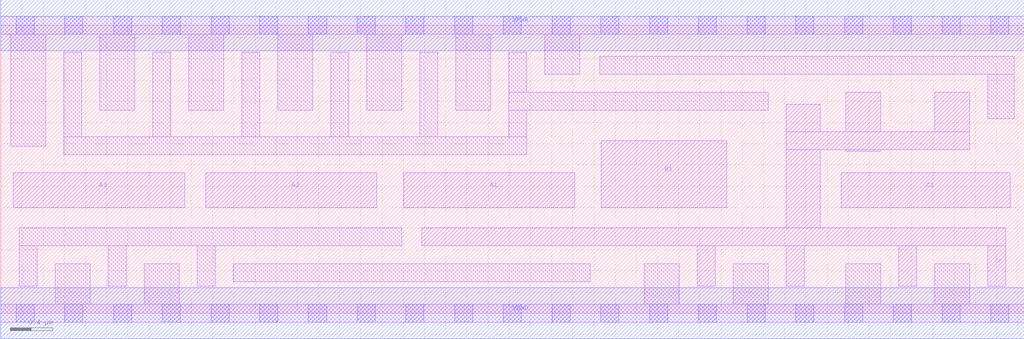
<source format=lef>
# Copyright 2020 The SkyWater PDK Authors
#
# Licensed under the Apache License, Version 2.0 (the "License");
# you may not use this file except in compliance with the License.
# You may obtain a copy of the License at
#
#     https://www.apache.org/licenses/LICENSE-2.0
#
# Unless required by applicable law or agreed to in writing, software
# distributed under the License is distributed on an "AS IS" BASIS,
# WITHOUT WARRANTIES OR CONDITIONS OF ANY KIND, either express or implied.
# See the License for the specific language governing permissions and
# limitations under the License.
#
# SPDX-License-Identifier: Apache-2.0

VERSION 5.7 ;
  NOWIREEXTENSIONATPIN ON ;
  DIVIDERCHAR "/" ;
  BUSBITCHARS "[]" ;
UNITS
  DATABASE MICRONS 200 ;
END UNITS
MACRO sky130_fd_sc_hd__a311oi_4
  CLASS CORE ;
  FOREIGN sky130_fd_sc_hd__a311oi_4 ;
  ORIGIN  0.000000  0.000000 ;
  SIZE  9.660000 BY  2.720000 ;
  SYMMETRY X Y R90 ;
  SITE unithd ;
  PIN A1
    ANTENNAGATEAREA  0.990000 ;
    DIRECTION INPUT ;
    USE SIGNAL ;
    PORT
      LAYER li1 ;
        RECT 3.805000 0.995000 5.420000 1.325000 ;
    END
  END A1
  PIN A2
    ANTENNAGATEAREA  0.990000 ;
    DIRECTION INPUT ;
    USE SIGNAL ;
    PORT
      LAYER li1 ;
        RECT 1.935000 0.995000 3.550000 1.325000 ;
    END
  END A2
  PIN A3
    ANTENNAGATEAREA  0.990000 ;
    DIRECTION INPUT ;
    USE SIGNAL ;
    PORT
      LAYER li1 ;
        RECT 0.120000 0.995000 1.735000 1.325000 ;
    END
  END A3
  PIN B1
    ANTENNAGATEAREA  0.990000 ;
    DIRECTION INPUT ;
    USE SIGNAL ;
    PORT
      LAYER li1 ;
        RECT 5.670000 0.995000 6.855000 1.630000 ;
    END
  END B1
  PIN C1
    ANTENNAGATEAREA  0.990000 ;
    DIRECTION INPUT ;
    USE SIGNAL ;
    PORT
      LAYER li1 ;
        RECT 7.935000 0.995000 9.530000 1.325000 ;
    END
  END C1
  PIN Y
    ANTENNADIFFAREA  1.898500 ;
    DIRECTION OUTPUT ;
    USE SIGNAL ;
    PORT
      LAYER li1 ;
        RECT 3.975000 0.635000 9.485000 0.805000 ;
        RECT 6.575000 0.255000 6.745000 0.635000 ;
        RECT 7.415000 0.255000 7.585000 0.635000 ;
        RECT 7.415000 0.805000 7.735000 1.545000 ;
        RECT 7.415000 1.545000 9.145000 1.715000 ;
        RECT 7.415000 1.715000 7.735000 1.975000 ;
        RECT 7.975000 1.530000 8.305000 1.545000 ;
        RECT 7.975000 1.715000 8.305000 2.085000 ;
        RECT 8.475000 0.255000 8.645000 0.635000 ;
        RECT 8.815000 1.715000 9.145000 2.085000 ;
        RECT 9.315000 0.255000 9.485000 0.635000 ;
    END
  END Y
  PIN VGND
    DIRECTION INOUT ;
    SHAPE ABUTMENT ;
    USE GROUND ;
    PORT
      LAYER met1 ;
        RECT 0.000000 -0.240000 9.660000 0.240000 ;
    END
  END VGND
  PIN VPWR
    DIRECTION INOUT ;
    SHAPE ABUTMENT ;
    USE POWER ;
    PORT
      LAYER met1 ;
        RECT 0.000000 2.480000 9.660000 2.960000 ;
    END
  END VPWR
  OBS
    LAYER li1 ;
      RECT 0.000000 -0.085000 9.660000 0.085000 ;
      RECT 0.000000  2.635000 9.660000 2.805000 ;
      RECT 0.095000  1.575000 0.425000 2.635000 ;
      RECT 0.175000  0.255000 0.345000 0.635000 ;
      RECT 0.175000  0.635000 3.785000 0.805000 ;
      RECT 0.515000  0.085000 0.845000 0.465000 ;
      RECT 0.595000  1.495000 4.965000 1.665000 ;
      RECT 0.595000  1.665000 0.765000 2.465000 ;
      RECT 0.935000  1.915000 1.265000 2.635000 ;
      RECT 1.015000  0.255000 1.185000 0.635000 ;
      RECT 1.355000  0.085000 1.685000 0.465000 ;
      RECT 1.435000  1.665000 1.605000 2.465000 ;
      RECT 1.775000  1.915000 2.105000 2.635000 ;
      RECT 1.855000  0.255000 2.025000 0.635000 ;
      RECT 2.195000  0.295000 5.565000 0.465000 ;
      RECT 2.275000  1.665000 2.445000 2.465000 ;
      RECT 2.615000  1.915000 2.945000 2.635000 ;
      RECT 3.115000  1.665000 3.285000 2.465000 ;
      RECT 3.455000  1.915000 3.785000 2.635000 ;
      RECT 3.955000  1.665000 4.125000 2.465000 ;
      RECT 4.295000  1.915000 4.625000 2.635000 ;
      RECT 4.795000  1.665000 4.965000 1.915000 ;
      RECT 4.795000  1.915000 7.245000 2.085000 ;
      RECT 4.795000  2.085000 4.965000 2.465000 ;
      RECT 5.135000  2.255000 5.465000 2.635000 ;
      RECT 5.655000  2.255000 9.565000 2.425000 ;
      RECT 6.075000  0.085000 6.405000 0.465000 ;
      RECT 6.915000  0.085000 7.245000 0.465000 ;
      RECT 7.975000  0.085000 8.305000 0.465000 ;
      RECT 8.815000  0.085000 9.145000 0.465000 ;
      RECT 9.315000  1.835000 9.565000 2.255000 ;
    LAYER mcon ;
      RECT 0.145000 -0.085000 0.315000 0.085000 ;
      RECT 0.145000  2.635000 0.315000 2.805000 ;
      RECT 0.605000 -0.085000 0.775000 0.085000 ;
      RECT 0.605000  2.635000 0.775000 2.805000 ;
      RECT 1.065000 -0.085000 1.235000 0.085000 ;
      RECT 1.065000  2.635000 1.235000 2.805000 ;
      RECT 1.525000 -0.085000 1.695000 0.085000 ;
      RECT 1.525000  2.635000 1.695000 2.805000 ;
      RECT 1.985000 -0.085000 2.155000 0.085000 ;
      RECT 1.985000  2.635000 2.155000 2.805000 ;
      RECT 2.445000 -0.085000 2.615000 0.085000 ;
      RECT 2.445000  2.635000 2.615000 2.805000 ;
      RECT 2.905000 -0.085000 3.075000 0.085000 ;
      RECT 2.905000  2.635000 3.075000 2.805000 ;
      RECT 3.365000 -0.085000 3.535000 0.085000 ;
      RECT 3.365000  2.635000 3.535000 2.805000 ;
      RECT 3.825000 -0.085000 3.995000 0.085000 ;
      RECT 3.825000  2.635000 3.995000 2.805000 ;
      RECT 4.285000 -0.085000 4.455000 0.085000 ;
      RECT 4.285000  2.635000 4.455000 2.805000 ;
      RECT 4.745000 -0.085000 4.915000 0.085000 ;
      RECT 4.745000  2.635000 4.915000 2.805000 ;
      RECT 5.205000 -0.085000 5.375000 0.085000 ;
      RECT 5.205000  2.635000 5.375000 2.805000 ;
      RECT 5.665000 -0.085000 5.835000 0.085000 ;
      RECT 5.665000  2.635000 5.835000 2.805000 ;
      RECT 6.125000 -0.085000 6.295000 0.085000 ;
      RECT 6.125000  2.635000 6.295000 2.805000 ;
      RECT 6.585000 -0.085000 6.755000 0.085000 ;
      RECT 6.585000  2.635000 6.755000 2.805000 ;
      RECT 7.045000 -0.085000 7.215000 0.085000 ;
      RECT 7.045000  2.635000 7.215000 2.805000 ;
      RECT 7.505000 -0.085000 7.675000 0.085000 ;
      RECT 7.505000  2.635000 7.675000 2.805000 ;
      RECT 7.965000 -0.085000 8.135000 0.085000 ;
      RECT 7.965000  2.635000 8.135000 2.805000 ;
      RECT 8.425000 -0.085000 8.595000 0.085000 ;
      RECT 8.425000  2.635000 8.595000 2.805000 ;
      RECT 8.885000 -0.085000 9.055000 0.085000 ;
      RECT 8.885000  2.635000 9.055000 2.805000 ;
      RECT 9.345000 -0.085000 9.515000 0.085000 ;
      RECT 9.345000  2.635000 9.515000 2.805000 ;
  END
END sky130_fd_sc_hd__a311oi_4
END LIBRARY

</source>
